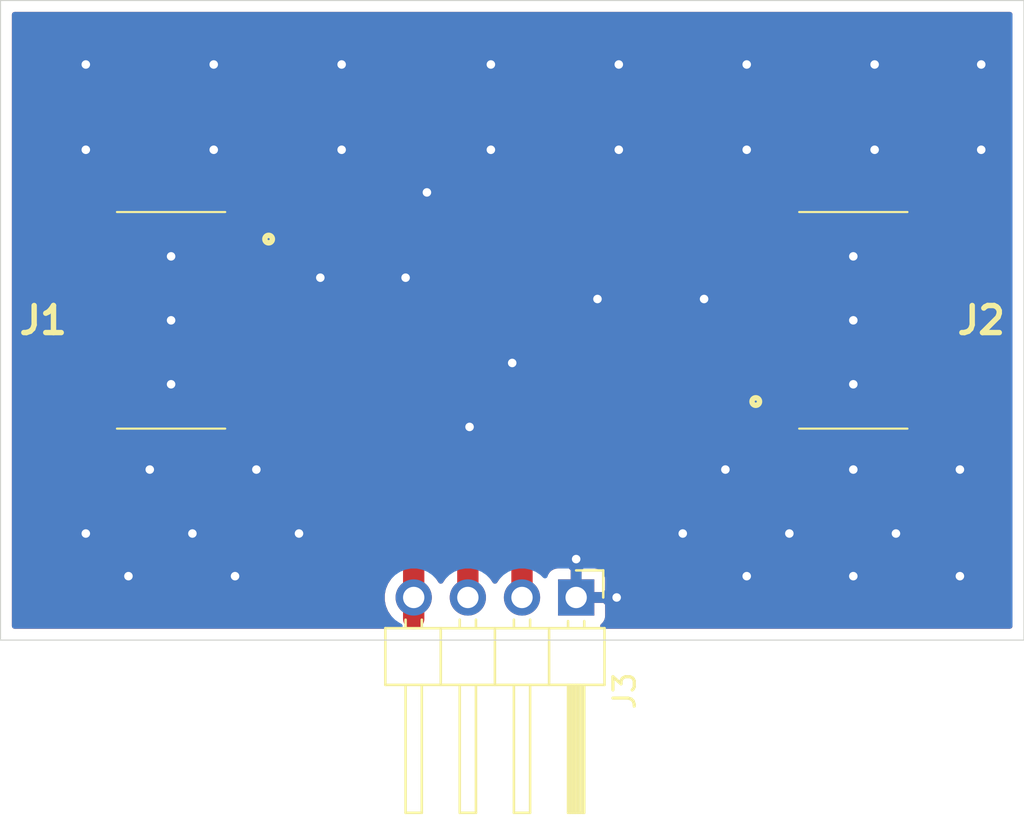
<source format=kicad_pcb>
(kicad_pcb (version 20171130) (host pcbnew "(5.1.9)-1")

  (general
    (thickness 1.6)
    (drawings 5)
    (tracks 61)
    (zones 0)
    (modules 3)
    (nets 5)
  )

  (page A4)
  (layers
    (0 F.Cu signal)
    (31 B.Cu signal)
    (32 B.Adhes user)
    (33 F.Adhes user)
    (34 B.Paste user)
    (35 F.Paste user)
    (36 B.SilkS user)
    (37 F.SilkS user)
    (38 B.Mask user)
    (39 F.Mask user)
    (40 Dwgs.User user)
    (41 Cmts.User user)
    (42 Eco1.User user)
    (43 Eco2.User user)
    (44 Edge.Cuts user)
    (45 Margin user)
    (46 B.CrtYd user)
    (47 F.CrtYd user)
    (48 B.Fab user)
    (49 F.Fab user)
  )

  (setup
    (last_trace_width 0.25)
    (user_trace_width 1)
    (trace_clearance 0.2)
    (zone_clearance 0.508)
    (zone_45_only no)
    (trace_min 0.2)
    (via_size 0.8)
    (via_drill 0.4)
    (via_min_size 0.4)
    (via_min_drill 0.3)
    (uvia_size 0.3)
    (uvia_drill 0.1)
    (uvias_allowed no)
    (uvia_min_size 0.2)
    (uvia_min_drill 0.1)
    (edge_width 0.05)
    (segment_width 0.2)
    (pcb_text_width 0.3)
    (pcb_text_size 1.5 1.5)
    (mod_edge_width 0.12)
    (mod_text_size 1 1)
    (mod_text_width 0.15)
    (pad_size 4 1)
    (pad_drill 0)
    (pad_to_mask_clearance 0.05)
    (aux_axis_origin 0 0)
    (visible_elements 7FFFFFFF)
    (pcbplotparams
      (layerselection 0x3ffff_ffffffff)
      (usegerberextensions false)
      (usegerberattributes true)
      (usegerberadvancedattributes true)
      (creategerberjobfile true)
      (excludeedgelayer false)
      (linewidth 0.100000)
      (plotframeref false)
      (viasonmask false)
      (mode 1)
      (useauxorigin false)
      (hpglpennumber 1)
      (hpglpenspeed 20)
      (hpglpendiameter 15.000000)
      (psnegative false)
      (psa4output false)
      (plotreference true)
      (plotvalue true)
      (plotinvisibletext false)
      (padsonsilk true)
      (subtractmaskfromsilk false)
      (outputformat 1)
      (mirror false)
      (drillshape 0)
      (scaleselection 1)
      (outputdirectory "../../../../../../Desktop/Temp MiniSpec/"))
  )

  (net 0 "")
  (net 1 GND)
  (net 2 +3V3)
  (net 3 SDA)
  (net 4 SCL)

  (net_class Default "This is the default net class."
    (clearance 0.2)
    (trace_width 0.25)
    (via_dia 0.8)
    (via_drill 0.4)
    (uvia_dia 0.3)
    (uvia_drill 0.1)
    (add_net +3V3)
    (add_net GND)
    (add_net SCL)
    (add_net SDA)
  )

  (module Connector_PinHeader_2.54mm:PinHeader_1x04_P2.54mm_Horizontal (layer F.Cu) (tedit 59FED5CB) (tstamp 5F46A49C)
    (at 146 94 270)
    (descr "Through hole angled pin header, 1x04, 2.54mm pitch, 6mm pin length, single row")
    (tags "Through hole angled pin header THT 1x04 2.54mm single row")
    (path /5F3FB2B7)
    (fp_text reference J3 (at 4.385 -2.27 90) (layer F.SilkS)
      (effects (font (size 1 1) (thickness 0.15)))
    )
    (fp_text value Conn_01x04_Male (at 4.385 9.89 90) (layer F.Fab)
      (effects (font (size 1 1) (thickness 0.15)))
    )
    (fp_text user %R (at 2.77 3.81) (layer F.Fab)
      (effects (font (size 1 1) (thickness 0.15)))
    )
    (fp_line (start 2.135 -1.27) (end 4.04 -1.27) (layer F.Fab) (width 0.1))
    (fp_line (start 4.04 -1.27) (end 4.04 8.89) (layer F.Fab) (width 0.1))
    (fp_line (start 4.04 8.89) (end 1.5 8.89) (layer F.Fab) (width 0.1))
    (fp_line (start 1.5 8.89) (end 1.5 -0.635) (layer F.Fab) (width 0.1))
    (fp_line (start 1.5 -0.635) (end 2.135 -1.27) (layer F.Fab) (width 0.1))
    (fp_line (start -0.32 -0.32) (end 1.5 -0.32) (layer F.Fab) (width 0.1))
    (fp_line (start -0.32 -0.32) (end -0.32 0.32) (layer F.Fab) (width 0.1))
    (fp_line (start -0.32 0.32) (end 1.5 0.32) (layer F.Fab) (width 0.1))
    (fp_line (start 4.04 -0.32) (end 10.04 -0.32) (layer F.Fab) (width 0.1))
    (fp_line (start 10.04 -0.32) (end 10.04 0.32) (layer F.Fab) (width 0.1))
    (fp_line (start 4.04 0.32) (end 10.04 0.32) (layer F.Fab) (width 0.1))
    (fp_line (start -0.32 2.22) (end 1.5 2.22) (layer F.Fab) (width 0.1))
    (fp_line (start -0.32 2.22) (end -0.32 2.86) (layer F.Fab) (width 0.1))
    (fp_line (start -0.32 2.86) (end 1.5 2.86) (layer F.Fab) (width 0.1))
    (fp_line (start 4.04 2.22) (end 10.04 2.22) (layer F.Fab) (width 0.1))
    (fp_line (start 10.04 2.22) (end 10.04 2.86) (layer F.Fab) (width 0.1))
    (fp_line (start 4.04 2.86) (end 10.04 2.86) (layer F.Fab) (width 0.1))
    (fp_line (start -0.32 4.76) (end 1.5 4.76) (layer F.Fab) (width 0.1))
    (fp_line (start -0.32 4.76) (end -0.32 5.4) (layer F.Fab) (width 0.1))
    (fp_line (start -0.32 5.4) (end 1.5 5.4) (layer F.Fab) (width 0.1))
    (fp_line (start 4.04 4.76) (end 10.04 4.76) (layer F.Fab) (width 0.1))
    (fp_line (start 10.04 4.76) (end 10.04 5.4) (layer F.Fab) (width 0.1))
    (fp_line (start 4.04 5.4) (end 10.04 5.4) (layer F.Fab) (width 0.1))
    (fp_line (start -0.32 7.3) (end 1.5 7.3) (layer F.Fab) (width 0.1))
    (fp_line (start -0.32 7.3) (end -0.32 7.94) (layer F.Fab) (width 0.1))
    (fp_line (start -0.32 7.94) (end 1.5 7.94) (layer F.Fab) (width 0.1))
    (fp_line (start 4.04 7.3) (end 10.04 7.3) (layer F.Fab) (width 0.1))
    (fp_line (start 10.04 7.3) (end 10.04 7.94) (layer F.Fab) (width 0.1))
    (fp_line (start 4.04 7.94) (end 10.04 7.94) (layer F.Fab) (width 0.1))
    (fp_line (start 1.44 -1.33) (end 1.44 8.95) (layer F.SilkS) (width 0.12))
    (fp_line (start 1.44 8.95) (end 4.1 8.95) (layer F.SilkS) (width 0.12))
    (fp_line (start 4.1 8.95) (end 4.1 -1.33) (layer F.SilkS) (width 0.12))
    (fp_line (start 4.1 -1.33) (end 1.44 -1.33) (layer F.SilkS) (width 0.12))
    (fp_line (start 4.1 -0.38) (end 10.1 -0.38) (layer F.SilkS) (width 0.12))
    (fp_line (start 10.1 -0.38) (end 10.1 0.38) (layer F.SilkS) (width 0.12))
    (fp_line (start 10.1 0.38) (end 4.1 0.38) (layer F.SilkS) (width 0.12))
    (fp_line (start 4.1 -0.32) (end 10.1 -0.32) (layer F.SilkS) (width 0.12))
    (fp_line (start 4.1 -0.2) (end 10.1 -0.2) (layer F.SilkS) (width 0.12))
    (fp_line (start 4.1 -0.08) (end 10.1 -0.08) (layer F.SilkS) (width 0.12))
    (fp_line (start 4.1 0.04) (end 10.1 0.04) (layer F.SilkS) (width 0.12))
    (fp_line (start 4.1 0.16) (end 10.1 0.16) (layer F.SilkS) (width 0.12))
    (fp_line (start 4.1 0.28) (end 10.1 0.28) (layer F.SilkS) (width 0.12))
    (fp_line (start 1.11 -0.38) (end 1.44 -0.38) (layer F.SilkS) (width 0.12))
    (fp_line (start 1.11 0.38) (end 1.44 0.38) (layer F.SilkS) (width 0.12))
    (fp_line (start 1.44 1.27) (end 4.1 1.27) (layer F.SilkS) (width 0.12))
    (fp_line (start 4.1 2.16) (end 10.1 2.16) (layer F.SilkS) (width 0.12))
    (fp_line (start 10.1 2.16) (end 10.1 2.92) (layer F.SilkS) (width 0.12))
    (fp_line (start 10.1 2.92) (end 4.1 2.92) (layer F.SilkS) (width 0.12))
    (fp_line (start 1.042929 2.16) (end 1.44 2.16) (layer F.SilkS) (width 0.12))
    (fp_line (start 1.042929 2.92) (end 1.44 2.92) (layer F.SilkS) (width 0.12))
    (fp_line (start 1.44 3.81) (end 4.1 3.81) (layer F.SilkS) (width 0.12))
    (fp_line (start 4.1 4.7) (end 10.1 4.7) (layer F.SilkS) (width 0.12))
    (fp_line (start 10.1 4.7) (end 10.1 5.46) (layer F.SilkS) (width 0.12))
    (fp_line (start 10.1 5.46) (end 4.1 5.46) (layer F.SilkS) (width 0.12))
    (fp_line (start 1.042929 4.7) (end 1.44 4.7) (layer F.SilkS) (width 0.12))
    (fp_line (start 1.042929 5.46) (end 1.44 5.46) (layer F.SilkS) (width 0.12))
    (fp_line (start 1.44 6.35) (end 4.1 6.35) (layer F.SilkS) (width 0.12))
    (fp_line (start 4.1 7.24) (end 10.1 7.24) (layer F.SilkS) (width 0.12))
    (fp_line (start 10.1 7.24) (end 10.1 8) (layer F.SilkS) (width 0.12))
    (fp_line (start 10.1 8) (end 4.1 8) (layer F.SilkS) (width 0.12))
    (fp_line (start 1.042929 7.24) (end 1.44 7.24) (layer F.SilkS) (width 0.12))
    (fp_line (start 1.042929 8) (end 1.44 8) (layer F.SilkS) (width 0.12))
    (fp_line (start -1.27 0) (end -1.27 -1.27) (layer F.SilkS) (width 0.12))
    (fp_line (start -1.27 -1.27) (end 0 -1.27) (layer F.SilkS) (width 0.12))
    (fp_line (start -1.8 -1.8) (end -1.8 9.4) (layer F.CrtYd) (width 0.05))
    (fp_line (start -1.8 9.4) (end 10.55 9.4) (layer F.CrtYd) (width 0.05))
    (fp_line (start 10.55 9.4) (end 10.55 -1.8) (layer F.CrtYd) (width 0.05))
    (fp_line (start 10.55 -1.8) (end -1.8 -1.8) (layer F.CrtYd) (width 0.05))
    (pad 4 thru_hole oval (at 0 7.62 270) (size 1.7 1.7) (drill 1) (layers *.Cu *.Mask)
      (net 2 +3V3))
    (pad 3 thru_hole oval (at 0 5.08 270) (size 1.7 1.7) (drill 1) (layers *.Cu *.Mask)
      (net 4 SCL))
    (pad 2 thru_hole oval (at 0 2.54 270) (size 1.7 1.7) (drill 1) (layers *.Cu *.Mask)
      (net 3 SDA))
    (pad 1 thru_hole rect (at 0 0 270) (size 1.7 1.7) (drill 1) (layers *.Cu *.Mask)
      (net 1 GND))
    (model ${KISYS3DMOD}/Connector_PinHeader_2.54mm.3dshapes/PinHeader_1x04_P2.54mm_Horizontal.wrl
      (at (xyz 0 0 0))
      (scale (xyz 1 1 1))
      (rotate (xyz 0 0 0))
    )
  )

  (module SamacSys_Parts:SSM-104-XXX-DV (layer F.Cu) (tedit 5F416A4A) (tstamp 5F4399F1)
    (at 159 81 270)
    (descr SSM-104-XXX-DV)
    (tags Connector)
    (path /5F3F7DBB)
    (attr smd)
    (fp_text reference J2 (at 0 -6 180) (layer F.SilkS)
      (effects (font (size 1.27 1.27) (thickness 0.254)))
    )
    (fp_text value M20-8770642R (at 0 7 90) (layer F.SilkS) hide
      (effects (font (size 1.27 1.27) (thickness 0.254)))
    )
    (fp_line (start -5.08 -2.54) (end 5.08 -2.54) (layer Dwgs.User) (width 0.2))
    (fp_line (start 5.08 -2.54) (end 5.08 2.54) (layer Dwgs.User) (width 0.2))
    (fp_line (start 5.08 2.54) (end -5.08 2.54) (layer Dwgs.User) (width 0.2))
    (fp_line (start -5.08 2.54) (end -5.08 -2.54) (layer Dwgs.User) (width 0.2))
    (fp_line (start 5.08 -2.54) (end 5.08 2.54) (layer F.SilkS) (width 0.1))
    (fp_line (start -5.08 2.54) (end -5.08 -2.54) (layer F.SilkS) (width 0.1))
    (fp_line (start -6.28 -4.935) (end 6.28 -4.935) (layer Dwgs.User) (width 0.05))
    (fp_line (start 6.28 -4.935) (end 6.28 5.675) (layer Dwgs.User) (width 0.05))
    (fp_line (start 6.28 5.675) (end -6.28 5.675) (layer Dwgs.User) (width 0.05))
    (fp_line (start -6.28 5.675) (end -6.28 -4.935) (layer Dwgs.User) (width 0.05))
    (fp_circle (center 3.81 4.575) (end 3.76 4.575) (layer F.SilkS) (width 0.254))
    (pad 1 smd rect (at 3.81 2.825 270) (size 1.02 2.22) (layers F.Cu F.Paste F.Mask)
      (net 3 SDA))
    (pad 2 smd rect (at 3.81 -2.825 270) (size 1.02 2.22) (layers F.Cu F.Paste F.Mask))
    (pad 3 smd rect (at 1.27 2.825 270) (size 1.02 2.22) (layers F.Cu F.Paste F.Mask)
      (net 4 SCL))
    (pad 4 smd rect (at 1.27 -2.825 270) (size 1.02 2.22) (layers F.Cu F.Paste F.Mask))
    (pad 5 smd rect (at -1.27 2.825 270) (size 1.02 2.22) (layers F.Cu F.Paste F.Mask)
      (net 1 GND))
    (pad 6 smd rect (at -1.27 -2.825 270) (size 1.02 2.22) (layers F.Cu F.Paste F.Mask))
    (pad 7 smd rect (at -3.81 2.825 270) (size 1.02 2.22) (layers F.Cu F.Paste F.Mask)
      (net 2 +3V3))
    (pad 8 smd rect (at -3.81 -2.825 270) (size 1.02 2.22) (layers F.Cu F.Paste F.Mask))
  )

  (module SamacSys_Parts:SSM-104-XXX-DV (layer F.Cu) (tedit 5F416A4A) (tstamp 5F4399DA)
    (at 127 81 90)
    (descr SSM-104-XXX-DV)
    (tags Connector)
    (path /5F3F66CD)
    (attr smd)
    (fp_text reference J1 (at 0 -6 180) (layer F.SilkS)
      (effects (font (size 1.27 1.27) (thickness 0.254)))
    )
    (fp_text value M20-8770642R (at 0 7 90) (layer F.SilkS) hide
      (effects (font (size 1.27 1.27) (thickness 0.254)))
    )
    (fp_line (start -5.08 -2.54) (end 5.08 -2.54) (layer Dwgs.User) (width 0.2))
    (fp_line (start 5.08 -2.54) (end 5.08 2.54) (layer Dwgs.User) (width 0.2))
    (fp_line (start 5.08 2.54) (end -5.08 2.54) (layer Dwgs.User) (width 0.2))
    (fp_line (start -5.08 2.54) (end -5.08 -2.54) (layer Dwgs.User) (width 0.2))
    (fp_line (start 5.08 -2.54) (end 5.08 2.54) (layer F.SilkS) (width 0.1))
    (fp_line (start -5.08 2.54) (end -5.08 -2.54) (layer F.SilkS) (width 0.1))
    (fp_line (start -6.28 -4.935) (end 6.28 -4.935) (layer Dwgs.User) (width 0.05))
    (fp_line (start 6.28 -4.935) (end 6.28 5.675) (layer Dwgs.User) (width 0.05))
    (fp_line (start 6.28 5.675) (end -6.28 5.675) (layer Dwgs.User) (width 0.05))
    (fp_line (start -6.28 5.675) (end -6.28 -4.935) (layer Dwgs.User) (width 0.05))
    (fp_circle (center 3.81 4.575) (end 3.76 4.575) (layer F.SilkS) (width 0.254))
    (pad 1 smd rect (at 3.81 2.825 90) (size 1.02 2.22) (layers F.Cu F.Paste F.Mask))
    (pad 2 smd rect (at 3.81 -2.825 90) (size 1.02 2.22) (layers F.Cu F.Paste F.Mask))
    (pad 3 smd rect (at 1.27 2.825 90) (size 1.02 2.22) (layers F.Cu F.Paste F.Mask))
    (pad 4 smd rect (at 1.27 -2.825 90) (size 1.02 2.22) (layers F.Cu F.Paste F.Mask))
    (pad 5 smd rect (at -1.27 2.825 90) (size 1.02 2.22) (layers F.Cu F.Paste F.Mask)
      (net 1 GND))
    (pad 6 smd rect (at -1.27 -2.825 90) (size 1.02 2.22) (layers F.Cu F.Paste F.Mask))
    (pad 7 smd rect (at -3.81 2.825 90) (size 1.02 2.22) (layers F.Cu F.Paste F.Mask)
      (net 2 +3V3))
    (pad 8 smd rect (at -3.81 -2.825 90) (size 1.02 2.22) (layers F.Cu F.Paste F.Mask))
  )

  (gr_line (start 119 96) (end 119 66) (layer Edge.Cuts) (width 0.05) (tstamp 5F406BB7))
  (gr_line (start 167 66) (end 167 96) (layer Edge.Cuts) (width 0.05) (tstamp 5F406BB2))
  (gr_circle (center 143 81) (end 130.5 81) (layer Dwgs.User) (width 0.15))
  (gr_line (start 167 66) (end 119 66) (layer Edge.Cuts) (width 0.05) (tstamp 5F46ACFC))
  (gr_line (start 119 96) (end 167 96) (layer Edge.Cuts) (width 0.05) (tstamp 5F46AD02))

  (via (at 123 69) (size 0.8) (drill 0.4) (layers F.Cu B.Cu) (net 1))
  (via (at 129 69) (size 0.8) (drill 0.4) (layers F.Cu B.Cu) (net 1))
  (via (at 135 69) (size 0.8) (drill 0.4) (layers F.Cu B.Cu) (net 1))
  (via (at 142 69) (size 0.8) (drill 0.4) (layers F.Cu B.Cu) (net 1))
  (via (at 148 69) (size 0.8) (drill 0.4) (layers F.Cu B.Cu) (net 1))
  (via (at 154 69) (size 0.8) (drill 0.4) (layers F.Cu B.Cu) (net 1))
  (via (at 160 69) (size 0.8) (drill 0.4) (layers F.Cu B.Cu) (net 1))
  (via (at 123 91) (size 0.8) (drill 0.4) (layers F.Cu B.Cu) (net 1))
  (via (at 128 91) (size 0.8) (drill 0.4) (layers F.Cu B.Cu) (net 1))
  (via (at 133 91) (size 0.8) (drill 0.4) (layers F.Cu B.Cu) (net 1))
  (via (at 151 91) (size 0.8) (drill 0.4) (layers F.Cu B.Cu) (net 1))
  (via (at 156 91) (size 0.8) (drill 0.4) (layers F.Cu B.Cu) (net 1))
  (via (at 161 91) (size 0.8) (drill 0.4) (layers F.Cu B.Cu) (net 1))
  (via (at 143 83) (size 0.8) (drill 0.4) (layers F.Cu B.Cu) (net 1))
  (via (at 147 80) (size 0.8) (drill 0.4) (layers F.Cu B.Cu) (net 1))
  (via (at 152 80) (size 0.8) (drill 0.4) (layers F.Cu B.Cu) (net 1))
  (via (at 134 79) (size 0.8) (drill 0.4) (layers F.Cu B.Cu) (net 1))
  (via (at 139 75) (size 0.8) (drill 0.4) (layers F.Cu B.Cu) (net 1))
  (via (at 129 73) (size 0.8) (drill 0.4) (layers F.Cu B.Cu) (net 1))
  (via (at 123 73) (size 0.8) (drill 0.4) (layers F.Cu B.Cu) (net 1))
  (via (at 135 73) (size 0.8) (drill 0.4) (layers F.Cu B.Cu) (net 1))
  (via (at 142 73) (size 0.8) (drill 0.4) (layers F.Cu B.Cu) (net 1))
  (via (at 148 73) (size 0.8) (drill 0.4) (layers F.Cu B.Cu) (net 1))
  (via (at 154 73) (size 0.8) (drill 0.4) (layers F.Cu B.Cu) (net 1))
  (via (at 160 73) (size 0.8) (drill 0.4) (layers F.Cu B.Cu) (net 1))
  (via (at 159 81) (size 0.8) (drill 0.4) (layers F.Cu B.Cu) (net 1))
  (via (at 127 81) (size 0.8) (drill 0.4) (layers F.Cu B.Cu) (net 1))
  (via (at 127 78) (size 0.8) (drill 0.4) (layers F.Cu B.Cu) (net 1))
  (via (at 127 84) (size 0.8) (drill 0.4) (layers F.Cu B.Cu) (net 1))
  (via (at 159 78) (size 0.8) (drill 0.4) (layers F.Cu B.Cu) (net 1))
  (via (at 159 84) (size 0.8) (drill 0.4) (layers F.Cu B.Cu) (net 1))
  (via (at 141 86) (size 0.8) (drill 0.4) (layers F.Cu B.Cu) (net 1))
  (via (at 153 88) (size 0.8) (drill 0.4) (layers F.Cu B.Cu) (net 1))
  (via (at 159 88) (size 0.8) (drill 0.4) (layers F.Cu B.Cu) (net 1))
  (via (at 164 88) (size 0.8) (drill 0.4) (layers F.Cu B.Cu) (net 1))
  (via (at 126 88) (size 0.8) (drill 0.4) (layers F.Cu B.Cu) (net 1))
  (via (at 131 88) (size 0.8) (drill 0.4) (layers F.Cu B.Cu) (net 1))
  (via (at 125 93) (size 0.8) (drill 0.4) (layers F.Cu B.Cu) (net 1))
  (via (at 130 93) (size 0.8) (drill 0.4) (layers F.Cu B.Cu) (net 1))
  (via (at 154 93) (size 0.8) (drill 0.4) (layers F.Cu B.Cu) (net 1))
  (via (at 159 93) (size 0.8) (drill 0.4) (layers F.Cu B.Cu) (net 1))
  (via (at 164 93) (size 0.8) (drill 0.4) (layers F.Cu B.Cu) (net 1))
  (via (at 138 79) (size 0.8) (drill 0.4) (layers F.Cu B.Cu) (net 1))
  (via (at 165 69) (size 0.8) (drill 0.4) (layers F.Cu B.Cu) (net 1))
  (via (at 165 73) (size 0.8) (drill 0.4) (layers F.Cu B.Cu) (net 1))
  (via (at 146 92.2) (size 0.8) (drill 0.4) (layers F.Cu B.Cu) (net 1))
  (via (at 147.9 94) (size 0.8) (drill 0.4) (layers F.Cu B.Cu) (net 1))
  (segment (start 138.38 89.62) (end 138.38 95) (width 1) (layer F.Cu) (net 2))
  (segment (start 144.57 77.19) (end 138.38 83.38) (width 1) (layer F.Cu) (net 2))
  (segment (start 138.19 84.81) (end 138.38 84.62) (width 1) (layer F.Cu) (net 2))
  (segment (start 138.38 83.38) (end 138.38 84.62) (width 1) (layer F.Cu) (net 2))
  (segment (start 156.175 77.19) (end 144.57 77.19) (width 1) (layer F.Cu) (net 2))
  (segment (start 138.38 84.62) (end 138.38 85.38) (width 1) (layer F.Cu) (net 2))
  (segment (start 129.825 84.81) (end 137.81 84.81) (width 1) (layer F.Cu) (net 2))
  (segment (start 138.38 85.38) (end 138.38 89.62) (width 1) (layer F.Cu) (net 2))
  (segment (start 143.46 91) (end 149.65 84.81) (width 1) (layer F.Cu) (net 3))
  (segment (start 143.46 94) (end 143.46 91) (width 1) (layer F.Cu) (net 3))
  (segment (start 156.175 84.81) (end 149.65 84.81) (width 1) (layer F.Cu) (net 3))
  (segment (start 140.92 90.08) (end 140.92 94) (width 1) (layer F.Cu) (net 4))
  (segment (start 148.73 82.27) (end 140.92 90.08) (width 1) (layer F.Cu) (net 4))
  (segment (start 156.175 82.27) (end 148.73 82.27) (width 1) (layer F.Cu) (net 4))

  (zone (net 1) (net_name GND) (layer F.Cu) (tstamp 60ED3A71) (hatch edge 0.508)
    (connect_pads (clearance 0.508))
    (min_thickness 0.254)
    (fill yes (arc_segments 32) (thermal_gap 0.508) (thermal_bridge_width 0.508))
    (polygon
      (pts
        (xy 167 96) (xy 119 96) (xy 119 66) (xy 167 66)
      )
    )
    (filled_polygon
      (pts
        (xy 166.340001 95.34) (xy 147.253889 95.34) (xy 147.301185 95.301185) (xy 147.380537 95.204494) (xy 147.439502 95.09418)
        (xy 147.475812 94.974482) (xy 147.488072 94.85) (xy 147.485 94.28575) (xy 147.32625 94.127) (xy 146.127 94.127)
        (xy 146.127 94.147) (xy 145.873 94.147) (xy 145.873 94.127) (xy 145.853 94.127) (xy 145.853 93.873)
        (xy 145.873 93.873) (xy 145.873 92.67375) (xy 146.127 92.67375) (xy 146.127 93.873) (xy 147.32625 93.873)
        (xy 147.485 93.71425) (xy 147.488072 93.15) (xy 147.475812 93.025518) (xy 147.439502 92.90582) (xy 147.380537 92.795506)
        (xy 147.301185 92.698815) (xy 147.204494 92.619463) (xy 147.09418 92.560498) (xy 146.974482 92.524188) (xy 146.85 92.511928)
        (xy 146.28575 92.515) (xy 146.127 92.67375) (xy 145.873 92.67375) (xy 145.71425 92.515) (xy 145.15 92.511928)
        (xy 145.025518 92.524188) (xy 144.90582 92.560498) (xy 144.795506 92.619463) (xy 144.698815 92.698815) (xy 144.619463 92.795506)
        (xy 144.595 92.841272) (xy 144.595 91.470131) (xy 150.120132 85.945) (xy 154.937841 85.945) (xy 154.940518 85.945812)
        (xy 155.065 85.958072) (xy 157.285 85.958072) (xy 157.409482 85.945812) (xy 157.52918 85.909502) (xy 157.639494 85.850537)
        (xy 157.736185 85.771185) (xy 157.815537 85.674494) (xy 157.874502 85.56418) (xy 157.910812 85.444482) (xy 157.923072 85.32)
        (xy 157.923072 84.3) (xy 160.076928 84.3) (xy 160.076928 85.32) (xy 160.089188 85.444482) (xy 160.125498 85.56418)
        (xy 160.184463 85.674494) (xy 160.263815 85.771185) (xy 160.360506 85.850537) (xy 160.47082 85.909502) (xy 160.590518 85.945812)
        (xy 160.715 85.958072) (xy 162.935 85.958072) (xy 163.059482 85.945812) (xy 163.17918 85.909502) (xy 163.289494 85.850537)
        (xy 163.386185 85.771185) (xy 163.465537 85.674494) (xy 163.524502 85.56418) (xy 163.560812 85.444482) (xy 163.573072 85.32)
        (xy 163.573072 84.3) (xy 163.560812 84.175518) (xy 163.524502 84.05582) (xy 163.465537 83.945506) (xy 163.386185 83.848815)
        (xy 163.289494 83.769463) (xy 163.17918 83.710498) (xy 163.059482 83.674188) (xy 162.935 83.661928) (xy 160.715 83.661928)
        (xy 160.590518 83.674188) (xy 160.47082 83.710498) (xy 160.360506 83.769463) (xy 160.263815 83.848815) (xy 160.184463 83.945506)
        (xy 160.125498 84.05582) (xy 160.089188 84.175518) (xy 160.076928 84.3) (xy 157.923072 84.3) (xy 157.910812 84.175518)
        (xy 157.874502 84.05582) (xy 157.815537 83.945506) (xy 157.736185 83.848815) (xy 157.639494 83.769463) (xy 157.52918 83.710498)
        (xy 157.409482 83.674188) (xy 157.285 83.661928) (xy 155.065 83.661928) (xy 154.940518 83.674188) (xy 154.937841 83.675)
        (xy 149.705751 83.675) (xy 149.65 83.669509) (xy 149.594248 83.675) (xy 149.427501 83.691423) (xy 149.213553 83.756324)
        (xy 149.016377 83.861716) (xy 148.843551 84.003551) (xy 148.808011 84.046857) (xy 142.69686 90.158009) (xy 142.653552 90.193551)
        (xy 142.511717 90.366377) (xy 142.479608 90.426449) (xy 142.406324 90.563554) (xy 142.341423 90.777502) (xy 142.319509 91)
        (xy 142.325001 91.055761) (xy 142.325 93.034893) (xy 142.306525 93.053368) (xy 142.19 93.22776) (xy 142.073475 93.053368)
        (xy 142.055 93.034893) (xy 142.055 90.550131) (xy 149.200132 83.405) (xy 154.937841 83.405) (xy 154.940518 83.405812)
        (xy 155.065 83.418072) (xy 157.285 83.418072) (xy 157.409482 83.405812) (xy 157.52918 83.369502) (xy 157.639494 83.310537)
        (xy 157.736185 83.231185) (xy 157.815537 83.134494) (xy 157.874502 83.02418) (xy 157.910812 82.904482) (xy 157.923072 82.78)
        (xy 157.923072 81.76) (xy 160.076928 81.76) (xy 160.076928 82.78) (xy 160.089188 82.904482) (xy 160.125498 83.02418)
        (xy 160.184463 83.134494) (xy 160.263815 83.231185) (xy 160.360506 83.310537) (xy 160.47082 83.369502) (xy 160.590518 83.405812)
        (xy 160.715 83.418072) (xy 162.935 83.418072) (xy 163.059482 83.405812) (xy 163.17918 83.369502) (xy 163.289494 83.310537)
        (xy 163.386185 83.231185) (xy 163.465537 83.134494) (xy 163.524502 83.02418) (xy 163.560812 82.904482) (xy 163.573072 82.78)
        (xy 163.573072 81.76) (xy 163.560812 81.635518) (xy 163.524502 81.51582) (xy 163.465537 81.405506) (xy 163.386185 81.308815)
        (xy 163.289494 81.229463) (xy 163.17918 81.170498) (xy 163.059482 81.134188) (xy 162.935 81.121928) (xy 160.715 81.121928)
        (xy 160.590518 81.134188) (xy 160.47082 81.170498) (xy 160.360506 81.229463) (xy 160.263815 81.308815) (xy 160.184463 81.405506)
        (xy 160.125498 81.51582) (xy 160.089188 81.635518) (xy 160.076928 81.76) (xy 157.923072 81.76) (xy 157.910812 81.635518)
        (xy 157.874502 81.51582) (xy 157.815537 81.405506) (xy 157.736185 81.308815) (xy 157.639494 81.229463) (xy 157.52918 81.170498)
        (xy 157.409482 81.134188) (xy 157.285 81.121928) (xy 155.065 81.121928) (xy 154.940518 81.134188) (xy 154.937841 81.135)
        (xy 148.785751 81.135) (xy 148.73 81.129509) (xy 148.674248 81.135) (xy 148.507501 81.151423) (xy 148.293553 81.216324)
        (xy 148.096377 81.321716) (xy 147.923551 81.463551) (xy 147.888009 81.506859) (xy 140.156865 89.238004) (xy 140.113551 89.273551)
        (xy 139.971716 89.446377) (xy 139.908713 89.564249) (xy 139.866324 89.643554) (xy 139.801423 89.857502) (xy 139.779509 90.08)
        (xy 139.785 90.135752) (xy 139.785001 93.034892) (xy 139.766525 93.053368) (xy 139.65 93.22776) (xy 139.533475 93.053368)
        (xy 139.515 93.034893) (xy 139.515 84.675751) (xy 139.520491 84.62) (xy 139.515 84.564248) (xy 139.515 83.850131)
        (xy 143.125131 80.24) (xy 154.426928 80.24) (xy 154.439188 80.364482) (xy 154.475498 80.48418) (xy 154.534463 80.594494)
        (xy 154.613815 80.691185) (xy 154.710506 80.770537) (xy 154.82082 80.829502) (xy 154.940518 80.865812) (xy 155.065 80.878072)
        (xy 155.88925 80.875) (xy 156.048 80.71625) (xy 156.048 79.857) (xy 156.302 79.857) (xy 156.302 80.71625)
        (xy 156.46075 80.875) (xy 157.285 80.878072) (xy 157.409482 80.865812) (xy 157.52918 80.829502) (xy 157.639494 80.770537)
        (xy 157.736185 80.691185) (xy 157.815537 80.594494) (xy 157.874502 80.48418) (xy 157.910812 80.364482) (xy 157.923072 80.24)
        (xy 157.92 80.01575) (xy 157.76125 79.857) (xy 156.302 79.857) (xy 156.048 79.857) (xy 154.58875 79.857)
        (xy 154.43 80.01575) (xy 154.426928 80.24) (xy 143.125131 80.24) (xy 144.145131 79.22) (xy 154.426928 79.22)
        (xy 154.43 79.44425) (xy 154.58875 79.603) (xy 156.048 79.603) (xy 156.048 78.74375) (xy 156.302 78.74375)
        (xy 156.302 79.603) (xy 157.76125 79.603) (xy 157.92 79.44425) (xy 157.923072 79.22) (xy 160.076928 79.22)
        (xy 160.076928 80.24) (xy 160.089188 80.364482) (xy 160.125498 80.48418) (xy 160.184463 80.594494) (xy 160.263815 80.691185)
        (xy 160.360506 80.770537) (xy 160.47082 80.829502) (xy 160.590518 80.865812) (xy 160.715 80.878072) (xy 162.935 80.878072)
        (xy 163.059482 80.865812) (xy 163.17918 80.829502) (xy 163.289494 80.770537) (xy 163.386185 80.691185) (xy 163.465537 80.594494)
        (xy 163.524502 80.48418) (xy 163.560812 80.364482) (xy 163.573072 80.24) (xy 163.573072 79.22) (xy 163.560812 79.095518)
        (xy 163.524502 78.97582) (xy 163.465537 78.865506) (xy 163.386185 78.768815) (xy 163.289494 78.689463) (xy 163.17918 78.630498)
        (xy 163.059482 78.594188) (xy 162.935 78.581928) (xy 160.715 78.581928) (xy 160.590518 78.594188) (xy 160.47082 78.630498)
        (xy 160.360506 78.689463) (xy 160.263815 78.768815) (xy 160.184463 78.865506) (xy 160.125498 78.97582) (xy 160.089188 79.095518)
        (xy 160.076928 79.22) (xy 157.923072 79.22) (xy 157.910812 79.095518) (xy 157.874502 78.97582) (xy 157.815537 78.865506)
        (xy 157.736185 78.768815) (xy 157.639494 78.689463) (xy 157.52918 78.630498) (xy 157.409482 78.594188) (xy 157.285 78.581928)
        (xy 156.46075 78.585) (xy 156.302 78.74375) (xy 156.048 78.74375) (xy 155.88925 78.585) (xy 155.065 78.581928)
        (xy 154.940518 78.594188) (xy 154.82082 78.630498) (xy 154.710506 78.689463) (xy 154.613815 78.768815) (xy 154.534463 78.865506)
        (xy 154.475498 78.97582) (xy 154.439188 79.095518) (xy 154.426928 79.22) (xy 144.145131 79.22) (xy 145.040132 78.325)
        (xy 154.937841 78.325) (xy 154.940518 78.325812) (xy 155.065 78.338072) (xy 157.285 78.338072) (xy 157.409482 78.325812)
        (xy 157.52918 78.289502) (xy 157.639494 78.230537) (xy 157.736185 78.151185) (xy 157.815537 78.054494) (xy 157.874502 77.94418)
        (xy 157.910812 77.824482) (xy 157.923072 77.7) (xy 157.923072 76.68) (xy 160.076928 76.68) (xy 160.076928 77.7)
        (xy 160.089188 77.824482) (xy 160.125498 77.94418) (xy 160.184463 78.054494) (xy 160.263815 78.151185) (xy 160.360506 78.230537)
        (xy 160.47082 78.289502) (xy 160.590518 78.325812) (xy 160.715 78.338072) (xy 162.935 78.338072) (xy 163.059482 78.325812)
        (xy 163.17918 78.289502) (xy 163.289494 78.230537) (xy 163.386185 78.151185) (xy 163.465537 78.054494) (xy 163.524502 77.94418)
        (xy 163.560812 77.824482) (xy 163.573072 77.7) (xy 163.573072 76.68) (xy 163.560812 76.555518) (xy 163.524502 76.43582)
        (xy 163.465537 76.325506) (xy 163.386185 76.228815) (xy 163.289494 76.149463) (xy 163.17918 76.090498) (xy 163.059482 76.054188)
        (xy 162.935 76.041928) (xy 160.715 76.041928) (xy 160.590518 76.054188) (xy 160.47082 76.090498) (xy 160.360506 76.149463)
        (xy 160.263815 76.228815) (xy 160.184463 76.325506) (xy 160.125498 76.43582) (xy 160.089188 76.555518) (xy 160.076928 76.68)
        (xy 157.923072 76.68) (xy 157.910812 76.555518) (xy 157.874502 76.43582) (xy 157.815537 76.325506) (xy 157.736185 76.228815)
        (xy 157.639494 76.149463) (xy 157.52918 76.090498) (xy 157.409482 76.054188) (xy 157.285 76.041928) (xy 155.065 76.041928)
        (xy 154.940518 76.054188) (xy 154.937841 76.055) (xy 144.625751 76.055) (xy 144.57 76.049509) (xy 144.514248 76.055)
        (xy 144.347501 76.071423) (xy 144.133553 76.136324) (xy 143.936377 76.241716) (xy 143.763551 76.383551) (xy 143.728009 76.426859)
        (xy 137.616865 82.538004) (xy 137.573551 82.573551) (xy 137.431716 82.746377) (xy 137.347208 82.904482) (xy 137.326324 82.943554)
        (xy 137.261423 83.157502) (xy 137.239509 83.38) (xy 137.245 83.435751) (xy 137.245 83.675) (xy 131.062159 83.675)
        (xy 131.059482 83.674188) (xy 130.935 83.661928) (xy 128.715 83.661928) (xy 128.590518 83.674188) (xy 128.47082 83.710498)
        (xy 128.360506 83.769463) (xy 128.263815 83.848815) (xy 128.184463 83.945506) (xy 128.125498 84.05582) (xy 128.089188 84.175518)
        (xy 128.076928 84.3) (xy 128.076928 85.32) (xy 128.089188 85.444482) (xy 128.125498 85.56418) (xy 128.184463 85.674494)
        (xy 128.263815 85.771185) (xy 128.360506 85.850537) (xy 128.47082 85.909502) (xy 128.590518 85.945812) (xy 128.715 85.958072)
        (xy 130.935 85.958072) (xy 131.059482 85.945812) (xy 131.062159 85.945) (xy 137.245 85.945) (xy 137.245001 89.564239)
        (xy 137.245 89.564249) (xy 137.245001 93.034892) (xy 137.226525 93.053368) (xy 137.06401 93.296589) (xy 136.952068 93.566842)
        (xy 136.895 93.85374) (xy 136.895 94.14626) (xy 136.952068 94.433158) (xy 137.06401 94.703411) (xy 137.226525 94.946632)
        (xy 137.245001 94.965108) (xy 137.245001 95.055752) (xy 137.261424 95.222499) (xy 137.297068 95.34) (xy 119.66 95.34)
        (xy 119.66 84.3) (xy 122.426928 84.3) (xy 122.426928 85.32) (xy 122.439188 85.444482) (xy 122.475498 85.56418)
        (xy 122.534463 85.674494) (xy 122.613815 85.771185) (xy 122.710506 85.850537) (xy 122.82082 85.909502) (xy 122.940518 85.945812)
        (xy 123.065 85.958072) (xy 125.285 85.958072) (xy 125.409482 85.945812) (xy 125.52918 85.909502) (xy 125.639494 85.850537)
        (xy 125.736185 85.771185) (xy 125.815537 85.674494) (xy 125.874502 85.56418) (xy 125.910812 85.444482) (xy 125.923072 85.32)
        (xy 125.923072 84.3) (xy 125.910812 84.175518) (xy 125.874502 84.05582) (xy 125.815537 83.945506) (xy 125.736185 83.848815)
        (xy 125.639494 83.769463) (xy 125.52918 83.710498) (xy 125.409482 83.674188) (xy 125.285 83.661928) (xy 123.065 83.661928)
        (xy 122.940518 83.674188) (xy 122.82082 83.710498) (xy 122.710506 83.769463) (xy 122.613815 83.848815) (xy 122.534463 83.945506)
        (xy 122.475498 84.05582) (xy 122.439188 84.175518) (xy 122.426928 84.3) (xy 119.66 84.3) (xy 119.66 81.76)
        (xy 122.426928 81.76) (xy 122.426928 82.78) (xy 122.439188 82.904482) (xy 122.475498 83.02418) (xy 122.534463 83.134494)
        (xy 122.613815 83.231185) (xy 122.710506 83.310537) (xy 122.82082 83.369502) (xy 122.940518 83.405812) (xy 123.065 83.418072)
        (xy 125.285 83.418072) (xy 125.409482 83.405812) (xy 125.52918 83.369502) (xy 125.639494 83.310537) (xy 125.736185 83.231185)
        (xy 125.815537 83.134494) (xy 125.874502 83.02418) (xy 125.910812 82.904482) (xy 125.923072 82.78) (xy 128.076928 82.78)
        (xy 128.089188 82.904482) (xy 128.125498 83.02418) (xy 128.184463 83.134494) (xy 128.263815 83.231185) (xy 128.360506 83.310537)
        (xy 128.47082 83.369502) (xy 128.590518 83.405812) (xy 128.715 83.418072) (xy 129.53925 83.415) (xy 129.698 83.25625)
        (xy 129.698 82.397) (xy 129.952 82.397) (xy 129.952 83.25625) (xy 130.11075 83.415) (xy 130.935 83.418072)
        (xy 131.059482 83.405812) (xy 131.17918 83.369502) (xy 131.289494 83.310537) (xy 131.386185 83.231185) (xy 131.465537 83.134494)
        (xy 131.524502 83.02418) (xy 131.560812 82.904482) (xy 131.573072 82.78) (xy 131.57 82.55575) (xy 131.41125 82.397)
        (xy 129.952 82.397) (xy 129.698 82.397) (xy 128.23875 82.397) (xy 128.08 82.55575) (xy 128.076928 82.78)
        (xy 125.923072 82.78) (xy 125.923072 81.76) (xy 128.076928 81.76) (xy 128.08 81.98425) (xy 128.23875 82.143)
        (xy 129.698 82.143) (xy 129.698 81.28375) (xy 129.952 81.28375) (xy 129.952 82.143) (xy 131.41125 82.143)
        (xy 131.57 81.98425) (xy 131.573072 81.76) (xy 131.560812 81.635518) (xy 131.524502 81.51582) (xy 131.465537 81.405506)
        (xy 131.386185 81.308815) (xy 131.289494 81.229463) (xy 131.17918 81.170498) (xy 131.059482 81.134188) (xy 130.935 81.121928)
        (xy 130.11075 81.125) (xy 129.952 81.28375) (xy 129.698 81.28375) (xy 129.53925 81.125) (xy 128.715 81.121928)
        (xy 128.590518 81.134188) (xy 128.47082 81.170498) (xy 128.360506 81.229463) (xy 128.263815 81.308815) (xy 128.184463 81.405506)
        (xy 128.125498 81.51582) (xy 128.089188 81.635518) (xy 128.076928 81.76) (xy 125.923072 81.76) (xy 125.910812 81.635518)
        (xy 125.874502 81.51582) (xy 125.815537 81.405506) (xy 125.736185 81.308815) (xy 125.639494 81.229463) (xy 125.52918 81.170498)
        (xy 125.409482 81.134188) (xy 125.285 81.121928) (xy 123.065 81.121928) (xy 122.940518 81.134188) (xy 122.82082 81.170498)
        (xy 122.710506 81.229463) (xy 122.613815 81.308815) (xy 122.534463 81.405506) (xy 122.475498 81.51582) (xy 122.439188 81.635518)
        (xy 122.426928 81.76) (xy 119.66 81.76) (xy 119.66 79.22) (xy 122.426928 79.22) (xy 122.426928 80.24)
        (xy 122.439188 80.364482) (xy 122.475498 80.48418) (xy 122.534463 80.594494) (xy 122.613815 80.691185) (xy 122.710506 80.770537)
        (xy 122.82082 80.829502) (xy 122.940518 80.865812) (xy 123.065 80.878072) (xy 125.285 80.878072) (xy 125.409482 80.865812)
        (xy 125.52918 80.829502) (xy 125.639494 80.770537) (xy 125.736185 80.691185) (xy 125.815537 80.594494) (xy 125.874502 80.48418)
        (xy 125.910812 80.364482) (xy 125.923072 80.24) (xy 125.923072 79.22) (xy 128.076928 79.22) (xy 128.076928 80.24)
        (xy 128.089188 80.364482) (xy 128.125498 80.48418) (xy 128.184463 80.594494) (xy 128.263815 80.691185) (xy 128.360506 80.770537)
        (xy 128.47082 80.829502) (xy 128.590518 80.865812) (xy 128.715 80.878072) (xy 130.935 80.878072) (xy 131.059482 80.865812)
        (xy 131.17918 80.829502) (xy 131.289494 80.770537) (xy 131.386185 80.691185) (xy 131.465537 80.594494) (xy 131.524502 80.48418)
        (xy 131.560812 80.364482) (xy 131.573072 80.24) (xy 131.573072 79.22) (xy 131.560812 79.095518) (xy 131.524502 78.97582)
        (xy 131.465537 78.865506) (xy 131.386185 78.768815) (xy 131.289494 78.689463) (xy 131.17918 78.630498) (xy 131.059482 78.594188)
        (xy 130.935 78.581928) (xy 128.715 78.581928) (xy 128.590518 78.594188) (xy 128.47082 78.630498) (xy 128.360506 78.689463)
        (xy 128.263815 78.768815) (xy 128.184463 78.865506) (xy 128.125498 78.97582) (xy 128.089188 79.095518) (xy 128.076928 79.22)
        (xy 125.923072 79.22) (xy 125.910812 79.095518) (xy 125.874502 78.97582) (xy 125.815537 78.865506) (xy 125.736185 78.768815)
        (xy 125.639494 78.689463) (xy 125.52918 78.630498) (xy 125.409482 78.594188) (xy 125.285 78.581928) (xy 123.065 78.581928)
        (xy 122.940518 78.594188) (xy 122.82082 78.630498) (xy 122.710506 78.689463) (xy 122.613815 78.768815) (xy 122.534463 78.865506)
        (xy 122.475498 78.97582) (xy 122.439188 79.095518) (xy 122.426928 79.22) (xy 119.66 79.22) (xy 119.66 76.68)
        (xy 122.426928 76.68) (xy 122.426928 77.7) (xy 122.439188 77.824482) (xy 122.475498 77.94418) (xy 122.534463 78.054494)
        (xy 122.613815 78.151185) (xy 122.710506 78.230537) (xy 122.82082 78.289502) (xy 122.940518 78.325812) (xy 123.065 78.338072)
        (xy 125.285 78.338072) (xy 125.409482 78.325812) (xy 125.52918 78.289502) (xy 125.639494 78.230537) (xy 125.736185 78.151185)
        (xy 125.815537 78.054494) (xy 125.874502 77.94418) (xy 125.910812 77.824482) (xy 125.923072 77.7) (xy 125.923072 76.68)
        (xy 128.076928 76.68) (xy 128.076928 77.7) (xy 128.089188 77.824482) (xy 128.125498 77.94418) (xy 128.184463 78.054494)
        (xy 128.263815 78.151185) (xy 128.360506 78.230537) (xy 128.47082 78.289502) (xy 128.590518 78.325812) (xy 128.715 78.338072)
        (xy 130.935 78.338072) (xy 131.059482 78.325812) (xy 131.17918 78.289502) (xy 131.289494 78.230537) (xy 131.386185 78.151185)
        (xy 131.465537 78.054494) (xy 131.524502 77.94418) (xy 131.560812 77.824482) (xy 131.573072 77.7) (xy 131.573072 76.68)
        (xy 131.560812 76.555518) (xy 131.524502 76.43582) (xy 131.465537 76.325506) (xy 131.386185 76.228815) (xy 131.289494 76.149463)
        (xy 131.17918 76.090498) (xy 131.059482 76.054188) (xy 130.935 76.041928) (xy 128.715 76.041928) (xy 128.590518 76.054188)
        (xy 128.47082 76.090498) (xy 128.360506 76.149463) (xy 128.263815 76.228815) (xy 128.184463 76.325506) (xy 128.125498 76.43582)
        (xy 128.089188 76.555518) (xy 128.076928 76.68) (xy 125.923072 76.68) (xy 125.910812 76.555518) (xy 125.874502 76.43582)
        (xy 125.815537 76.325506) (xy 125.736185 76.228815) (xy 125.639494 76.149463) (xy 125.52918 76.090498) (xy 125.409482 76.054188)
        (xy 125.285 76.041928) (xy 123.065 76.041928) (xy 122.940518 76.054188) (xy 122.82082 76.090498) (xy 122.710506 76.149463)
        (xy 122.613815 76.228815) (xy 122.534463 76.325506) (xy 122.475498 76.43582) (xy 122.439188 76.555518) (xy 122.426928 76.68)
        (xy 119.66 76.68) (xy 119.66 66.66) (xy 166.34 66.66)
      )
    )
  )
  (zone (net 1) (net_name GND) (layer B.Cu) (tstamp 60ED3A6E) (hatch edge 0.508)
    (connect_pads (clearance 0.508))
    (min_thickness 0.254)
    (fill yes (arc_segments 32) (thermal_gap 0.508) (thermal_bridge_width 0.508))
    (polygon
      (pts
        (xy 167 96) (xy 119 96) (xy 119 66) (xy 167 66)
      )
    )
    (filled_polygon
      (pts
        (xy 166.340001 95.34) (xy 147.253889 95.34) (xy 147.301185 95.301185) (xy 147.380537 95.204494) (xy 147.439502 95.09418)
        (xy 147.475812 94.974482) (xy 147.488072 94.85) (xy 147.485 94.28575) (xy 147.32625 94.127) (xy 146.127 94.127)
        (xy 146.127 94.147) (xy 145.873 94.147) (xy 145.873 94.127) (xy 145.853 94.127) (xy 145.853 93.873)
        (xy 145.873 93.873) (xy 145.873 92.67375) (xy 146.127 92.67375) (xy 146.127 93.873) (xy 147.32625 93.873)
        (xy 147.485 93.71425) (xy 147.488072 93.15) (xy 147.475812 93.025518) (xy 147.439502 92.90582) (xy 147.380537 92.795506)
        (xy 147.301185 92.698815) (xy 147.204494 92.619463) (xy 147.09418 92.560498) (xy 146.974482 92.524188) (xy 146.85 92.511928)
        (xy 146.28575 92.515) (xy 146.127 92.67375) (xy 145.873 92.67375) (xy 145.71425 92.515) (xy 145.15 92.511928)
        (xy 145.025518 92.524188) (xy 144.90582 92.560498) (xy 144.795506 92.619463) (xy 144.698815 92.698815) (xy 144.619463 92.795506)
        (xy 144.560498 92.90582) (xy 144.538487 92.97838) (xy 144.406632 92.846525) (xy 144.163411 92.68401) (xy 143.893158 92.572068)
        (xy 143.60626 92.515) (xy 143.31374 92.515) (xy 143.026842 92.572068) (xy 142.756589 92.68401) (xy 142.513368 92.846525)
        (xy 142.306525 93.053368) (xy 142.19 93.22776) (xy 142.073475 93.053368) (xy 141.866632 92.846525) (xy 141.623411 92.68401)
        (xy 141.353158 92.572068) (xy 141.06626 92.515) (xy 140.77374 92.515) (xy 140.486842 92.572068) (xy 140.216589 92.68401)
        (xy 139.973368 92.846525) (xy 139.766525 93.053368) (xy 139.65 93.22776) (xy 139.533475 93.053368) (xy 139.326632 92.846525)
        (xy 139.083411 92.68401) (xy 138.813158 92.572068) (xy 138.52626 92.515) (xy 138.23374 92.515) (xy 137.946842 92.572068)
        (xy 137.676589 92.68401) (xy 137.433368 92.846525) (xy 137.226525 93.053368) (xy 137.06401 93.296589) (xy 136.952068 93.566842)
        (xy 136.895 93.85374) (xy 136.895 94.14626) (xy 136.952068 94.433158) (xy 137.06401 94.703411) (xy 137.226525 94.946632)
        (xy 137.433368 95.153475) (xy 137.676589 95.31599) (xy 137.734555 95.34) (xy 119.66 95.34) (xy 119.66 66.66)
        (xy 166.34 66.66)
      )
    )
  )
)

</source>
